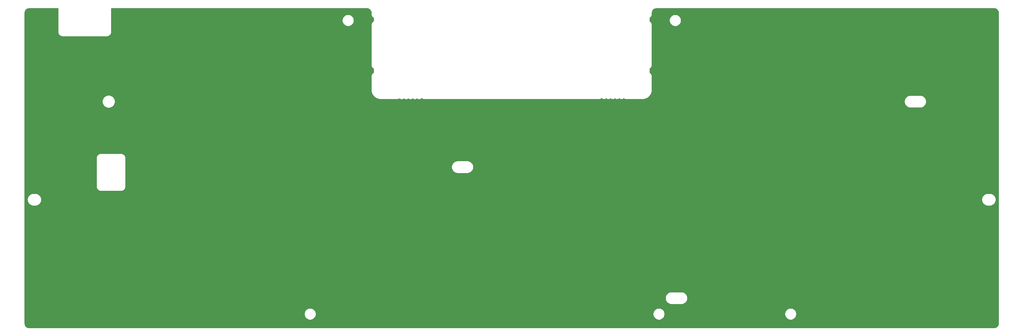
<source format=gbl>
%TF.GenerationSoftware,KiCad,Pcbnew,(5.1.10-1-10_14)*%
%TF.CreationDate,2021-12-19T10:46:22+09:00*%
%TF.ProjectId,Nora_plate_bottom,4e6f7261-5f70-46c6-9174-655f626f7474,v.1 (042)*%
%TF.SameCoordinates,Original*%
%TF.FileFunction,Copper,L2,Bot*%
%TF.FilePolarity,Positive*%
%FSLAX46Y46*%
G04 Gerber Fmt 4.6, Leading zero omitted, Abs format (unit mm)*
G04 Created by KiCad (PCBNEW (5.1.10-1-10_14)) date 2021-12-19 10:46:22*
%MOMM*%
%LPD*%
G01*
G04 APERTURE LIST*
%TA.AperFunction,NonConductor*%
%ADD10C,0.254000*%
%TD*%
%TA.AperFunction,NonConductor*%
%ADD11C,0.100000*%
%TD*%
G04 APERTURE END LIST*
D10*
X25839960Y-24713160D02*
X25843231Y-24746369D01*
X25843206Y-24749934D01*
X25844275Y-24760842D01*
X25850342Y-24818567D01*
X25851319Y-24828486D01*
X25851419Y-24828817D01*
X25856515Y-24877300D01*
X25870821Y-24946995D01*
X25884154Y-25016885D01*
X25887321Y-25027377D01*
X25921948Y-25139240D01*
X25949529Y-25204852D01*
X25976171Y-25270793D01*
X25981316Y-25280470D01*
X26037011Y-25383478D01*
X26076818Y-25442495D01*
X26115759Y-25502002D01*
X26122677Y-25510484D01*
X26122681Y-25510491D01*
X26122686Y-25510496D01*
X26197328Y-25600722D01*
X26247836Y-25650878D01*
X26297590Y-25701685D01*
X26306035Y-25708672D01*
X26306038Y-25708675D01*
X26306042Y-25708677D01*
X26396780Y-25782683D01*
X26456055Y-25822065D01*
X26514749Y-25862254D01*
X26524390Y-25867467D01*
X26627783Y-25922442D01*
X26693578Y-25949561D01*
X26758960Y-25977583D01*
X26769422Y-25980822D01*
X26769428Y-25980824D01*
X26769434Y-25980825D01*
X26881531Y-26014669D01*
X26951337Y-26028491D01*
X27020916Y-26043280D01*
X27031809Y-26044425D01*
X27031818Y-26044427D01*
X27031826Y-26044427D01*
X27148211Y-26055839D01*
X27186399Y-26059600D01*
X40063521Y-26059600D01*
X40096730Y-26056329D01*
X40100294Y-26056354D01*
X40111202Y-26055285D01*
X40168912Y-26049219D01*
X40178847Y-26048241D01*
X40179178Y-26048141D01*
X40227660Y-26043045D01*
X40297355Y-26028739D01*
X40367245Y-26015406D01*
X40377737Y-26012239D01*
X40489600Y-25977612D01*
X40555212Y-25950031D01*
X40621153Y-25923389D01*
X40630830Y-25918244D01*
X40733838Y-25862549D01*
X40792855Y-25822742D01*
X40852362Y-25783801D01*
X40860844Y-25776883D01*
X40860851Y-25776879D01*
X40860856Y-25776874D01*
X40951082Y-25702232D01*
X41001238Y-25651724D01*
X41052045Y-25601970D01*
X41059032Y-25593525D01*
X41059035Y-25593522D01*
X41059037Y-25593518D01*
X41133043Y-25502780D01*
X41172425Y-25443505D01*
X41212614Y-25384811D01*
X41217827Y-25375170D01*
X41272802Y-25271777D01*
X41299921Y-25205982D01*
X41327943Y-25140600D01*
X41331182Y-25130138D01*
X41331184Y-25130132D01*
X41331185Y-25130126D01*
X41365029Y-25018029D01*
X41378851Y-24948223D01*
X41393640Y-24878644D01*
X41394785Y-24867751D01*
X41394787Y-24867742D01*
X41394787Y-24867734D01*
X41406213Y-24751203D01*
X41409960Y-24713161D01*
X41409960Y-21154117D01*
X108590000Y-21154117D01*
X108590000Y-21495883D01*
X108656675Y-21831081D01*
X108787463Y-22146831D01*
X108977337Y-22430998D01*
X109219002Y-22672663D01*
X109503169Y-22862537D01*
X109818919Y-22993325D01*
X110154117Y-23060000D01*
X110495883Y-23060000D01*
X110831081Y-22993325D01*
X111146831Y-22862537D01*
X111430998Y-22672663D01*
X111672663Y-22430998D01*
X111862537Y-22146831D01*
X111993325Y-21831081D01*
X112060000Y-21495883D01*
X112060000Y-21154117D01*
X111993325Y-20818919D01*
X111862537Y-20503169D01*
X111672663Y-20219002D01*
X111430998Y-19977337D01*
X111146831Y-19787463D01*
X110831081Y-19656675D01*
X110495883Y-19590000D01*
X110154117Y-19590000D01*
X109818919Y-19656675D01*
X109503169Y-19787463D01*
X109219002Y-19977337D01*
X108977337Y-20219002D01*
X108787463Y-20503169D01*
X108656675Y-20818919D01*
X108590000Y-21154117D01*
X41409960Y-21154117D01*
X41409960Y-17859600D01*
X115761572Y-17859600D01*
X116035220Y-17886432D01*
X116261528Y-17954758D01*
X116470248Y-18065737D01*
X116653438Y-18215144D01*
X116804122Y-18397288D01*
X116916552Y-18605224D01*
X116986456Y-18831047D01*
X117014597Y-19098793D01*
X117009540Y-19503346D01*
X117013231Y-19546325D01*
X117013206Y-19549934D01*
X117014275Y-19560842D01*
X117015385Y-19571402D01*
X117019456Y-19618805D01*
X117020886Y-19623739D01*
X117026515Y-19677300D01*
X117040821Y-19746995D01*
X117054154Y-19816885D01*
X117057321Y-19827377D01*
X117091948Y-19939240D01*
X117119529Y-20004852D01*
X117146171Y-20070793D01*
X117151316Y-20080470D01*
X117207011Y-20183478D01*
X117246818Y-20242495D01*
X117285759Y-20302002D01*
X117292677Y-20310484D01*
X117292681Y-20310491D01*
X117292686Y-20310496D01*
X117367328Y-20400722D01*
X117417836Y-20450878D01*
X117467590Y-20501685D01*
X117476035Y-20508672D01*
X117476038Y-20508675D01*
X117476042Y-20508677D01*
X117566780Y-20582683D01*
X117626055Y-20622065D01*
X117673000Y-20654209D01*
X117673000Y-21495475D01*
X117627083Y-21526446D01*
X117567558Y-21565399D01*
X117559076Y-21572317D01*
X117559069Y-21572321D01*
X117559064Y-21572326D01*
X117468838Y-21646968D01*
X117418717Y-21697440D01*
X117367874Y-21747230D01*
X117360888Y-21755675D01*
X117360885Y-21755678D01*
X117360883Y-21755682D01*
X117286877Y-21846421D01*
X117247500Y-21905688D01*
X117207307Y-21964389D01*
X117202093Y-21974030D01*
X117147118Y-22077423D01*
X117120004Y-22143205D01*
X117091977Y-22208600D01*
X117088738Y-22219062D01*
X117088736Y-22219068D01*
X117088736Y-22219070D01*
X117054891Y-22331171D01*
X117041069Y-22400977D01*
X117026280Y-22470556D01*
X117025135Y-22481449D01*
X117025133Y-22481458D01*
X117025133Y-22481466D01*
X117013707Y-22597997D01*
X117013707Y-22598006D01*
X117009961Y-22636039D01*
X117009960Y-34313160D01*
X117013231Y-34346369D01*
X117013206Y-34349934D01*
X117014275Y-34360842D01*
X117020342Y-34418567D01*
X117021319Y-34428486D01*
X117021419Y-34428817D01*
X117026515Y-34477300D01*
X117040821Y-34546995D01*
X117054154Y-34616885D01*
X117057321Y-34627377D01*
X117091948Y-34739240D01*
X117119529Y-34804852D01*
X117146171Y-34870793D01*
X117151316Y-34880470D01*
X117207011Y-34983478D01*
X117246818Y-35042495D01*
X117285759Y-35102002D01*
X117292677Y-35110484D01*
X117292681Y-35110491D01*
X117292686Y-35110496D01*
X117367328Y-35200722D01*
X117417836Y-35250878D01*
X117467590Y-35301685D01*
X117476035Y-35308672D01*
X117476038Y-35308675D01*
X117476042Y-35308677D01*
X117566780Y-35382683D01*
X117626055Y-35422065D01*
X117673000Y-35454209D01*
X117673000Y-36495475D01*
X117627083Y-36526446D01*
X117567558Y-36565399D01*
X117559076Y-36572317D01*
X117559069Y-36572321D01*
X117559064Y-36572326D01*
X117468838Y-36646968D01*
X117418717Y-36697440D01*
X117367874Y-36747230D01*
X117360888Y-36755675D01*
X117360885Y-36755678D01*
X117360883Y-36755682D01*
X117286877Y-36846421D01*
X117247500Y-36905688D01*
X117207307Y-36964389D01*
X117202093Y-36974030D01*
X117147118Y-37077423D01*
X117120004Y-37143205D01*
X117091977Y-37208600D01*
X117088738Y-37219062D01*
X117088736Y-37219068D01*
X117088736Y-37219070D01*
X117054891Y-37331171D01*
X117041069Y-37400977D01*
X117026280Y-37470556D01*
X117025135Y-37481449D01*
X117025133Y-37481458D01*
X117025133Y-37481466D01*
X117021219Y-37521389D01*
X117021123Y-37521705D01*
X117013766Y-37597395D01*
X117013707Y-37597997D01*
X117013707Y-37598002D01*
X117009912Y-37637046D01*
X117015011Y-41614167D01*
X117018326Y-41647389D01*
X117018240Y-41659710D01*
X117019309Y-41670618D01*
X117060110Y-42058811D01*
X117074428Y-42128565D01*
X117087749Y-42198394D01*
X117090916Y-42208887D01*
X117206340Y-42581761D01*
X117233910Y-42647348D01*
X117260564Y-42713318D01*
X117265708Y-42722991D01*
X117265710Y-42722996D01*
X117265713Y-42723000D01*
X117451361Y-43066351D01*
X117491150Y-43125341D01*
X117530106Y-43184871D01*
X117537033Y-43193365D01*
X117785840Y-43494120D01*
X117836333Y-43544261D01*
X117886104Y-43595085D01*
X117894549Y-43602072D01*
X118197033Y-43848773D01*
X118256339Y-43888176D01*
X118315000Y-43928342D01*
X118324633Y-43933551D01*
X118324641Y-43933556D01*
X118324649Y-43933559D01*
X118669282Y-44116805D01*
X118735065Y-44143919D01*
X118800459Y-44171946D01*
X118810929Y-44175188D01*
X119184601Y-44288006D01*
X119254436Y-44301834D01*
X119323988Y-44316617D01*
X119334877Y-44317762D01*
X119334888Y-44317764D01*
X119334898Y-44317764D01*
X119723211Y-44355839D01*
X119761399Y-44359600D01*
X124563521Y-44359600D01*
X124596730Y-44356329D01*
X124600294Y-44356354D01*
X124611202Y-44355285D01*
X124668912Y-44349219D01*
X124678847Y-44348241D01*
X124679178Y-44348141D01*
X124727660Y-44343045D01*
X124797355Y-44328739D01*
X124867245Y-44315406D01*
X124877737Y-44312239D01*
X124989600Y-44277612D01*
X125055212Y-44250031D01*
X125121153Y-44223389D01*
X125130830Y-44218244D01*
X125233838Y-44162549D01*
X125253109Y-44149550D01*
X125273202Y-44169643D01*
X125441688Y-44282222D01*
X125628899Y-44359767D01*
X125827642Y-44399300D01*
X126030278Y-44399300D01*
X126229021Y-44359767D01*
X126416232Y-44282222D01*
X126563960Y-44183513D01*
X126711688Y-44282222D01*
X126898899Y-44359767D01*
X127097642Y-44399300D01*
X127300278Y-44399300D01*
X127499021Y-44359767D01*
X127686232Y-44282222D01*
X127833960Y-44183513D01*
X127981688Y-44282222D01*
X128168899Y-44359767D01*
X128367642Y-44399300D01*
X128570278Y-44399300D01*
X128769021Y-44359767D01*
X128956232Y-44282222D01*
X129103960Y-44183513D01*
X129251688Y-44282222D01*
X129438899Y-44359767D01*
X129637642Y-44399300D01*
X129840278Y-44399300D01*
X130039021Y-44359767D01*
X130226232Y-44282222D01*
X130373960Y-44183513D01*
X130521688Y-44282222D01*
X130708899Y-44359767D01*
X130907642Y-44399300D01*
X131110278Y-44399300D01*
X131309021Y-44359767D01*
X131496232Y-44282222D01*
X131664718Y-44169643D01*
X131729764Y-44104597D01*
X131756055Y-44122065D01*
X131814749Y-44162254D01*
X131824390Y-44167467D01*
X131927783Y-44222442D01*
X131993578Y-44249561D01*
X132058960Y-44277583D01*
X132069422Y-44280822D01*
X132069428Y-44280824D01*
X132069434Y-44280825D01*
X132181531Y-44314669D01*
X132251337Y-44328491D01*
X132320916Y-44343280D01*
X132331809Y-44344425D01*
X132331818Y-44344427D01*
X132331826Y-44344427D01*
X132448211Y-44355839D01*
X132486399Y-44359600D01*
X183363521Y-44359600D01*
X183396730Y-44356329D01*
X183400294Y-44356354D01*
X183411202Y-44355285D01*
X183468912Y-44349219D01*
X183478847Y-44348241D01*
X183479178Y-44348141D01*
X183527660Y-44343045D01*
X183597355Y-44328739D01*
X183667245Y-44315406D01*
X183677737Y-44312239D01*
X183789600Y-44277612D01*
X183855212Y-44250031D01*
X183921153Y-44223389D01*
X183930830Y-44218244D01*
X184033838Y-44162549D01*
X184092855Y-44122742D01*
X184146921Y-44087362D01*
X184179202Y-44119643D01*
X184347688Y-44232222D01*
X184534899Y-44309767D01*
X184733642Y-44349300D01*
X184936278Y-44349300D01*
X185135021Y-44309767D01*
X185322232Y-44232222D01*
X185469960Y-44133513D01*
X185617688Y-44232222D01*
X185804899Y-44309767D01*
X186003642Y-44349300D01*
X186206278Y-44349300D01*
X186405021Y-44309767D01*
X186592232Y-44232222D01*
X186739960Y-44133513D01*
X186887688Y-44232222D01*
X187074899Y-44309767D01*
X187273642Y-44349300D01*
X187476278Y-44349300D01*
X187675021Y-44309767D01*
X187862232Y-44232222D01*
X188009960Y-44133513D01*
X188157688Y-44232222D01*
X188344899Y-44309767D01*
X188543642Y-44349300D01*
X188746278Y-44349300D01*
X188945021Y-44309767D01*
X189132232Y-44232222D01*
X189279960Y-44133513D01*
X189427688Y-44232222D01*
X189614899Y-44309767D01*
X189813642Y-44349300D01*
X190016278Y-44349300D01*
X190215021Y-44309767D01*
X190402232Y-44232222D01*
X190561506Y-44125798D01*
X190614749Y-44162254D01*
X190624390Y-44167467D01*
X190727783Y-44222442D01*
X190793578Y-44249561D01*
X190858960Y-44277583D01*
X190869422Y-44280822D01*
X190869428Y-44280824D01*
X190869434Y-44280825D01*
X190981531Y-44314669D01*
X191051337Y-44328491D01*
X191120916Y-44343280D01*
X191131809Y-44344425D01*
X191131818Y-44344427D01*
X191131826Y-44344427D01*
X191248211Y-44355839D01*
X191286399Y-44359600D01*
X196088521Y-44359600D01*
X196122699Y-44356234D01*
X196135070Y-44356320D01*
X196145978Y-44355251D01*
X196534171Y-44314450D01*
X196603925Y-44300132D01*
X196673754Y-44286811D01*
X196684247Y-44283644D01*
X197057121Y-44168220D01*
X197122708Y-44140650D01*
X197188678Y-44113996D01*
X197198351Y-44108852D01*
X197198356Y-44108850D01*
X197198360Y-44108847D01*
X197541711Y-43923199D01*
X197600701Y-43883410D01*
X197660231Y-43844454D01*
X197668725Y-43837527D01*
X197969480Y-43588720D01*
X198019621Y-43538227D01*
X198070445Y-43488456D01*
X198077432Y-43480011D01*
X198324133Y-43177527D01*
X198363536Y-43118221D01*
X198403702Y-43059560D01*
X198408911Y-43049927D01*
X198408916Y-43049919D01*
X198408919Y-43049911D01*
X198592165Y-42705278D01*
X198619279Y-42639495D01*
X198647306Y-42574101D01*
X198650548Y-42563631D01*
X198763366Y-42189959D01*
X198777194Y-42120124D01*
X198791977Y-42050572D01*
X198793122Y-42039683D01*
X198793124Y-42039672D01*
X198793124Y-42039662D01*
X198823702Y-41727810D01*
X198823797Y-41727494D01*
X198831150Y-41651844D01*
X198831213Y-41651203D01*
X198831213Y-41651197D01*
X198835008Y-41612154D01*
X198829909Y-37635033D01*
X198826690Y-37602768D01*
X198826714Y-37599265D01*
X198825645Y-37588357D01*
X198813405Y-37471900D01*
X198799099Y-37402205D01*
X198785766Y-37332315D01*
X198782599Y-37321823D01*
X198747972Y-37209961D01*
X198720385Y-37144333D01*
X198693749Y-37078407D01*
X198688607Y-37068736D01*
X198688603Y-37068726D01*
X198688597Y-37068717D01*
X198632909Y-36965723D01*
X198593114Y-36906723D01*
X198554161Y-36847198D01*
X198547243Y-36838716D01*
X198547239Y-36838709D01*
X198547233Y-36838703D01*
X198472592Y-36748478D01*
X198422120Y-36698357D01*
X198372330Y-36647514D01*
X198363885Y-36640528D01*
X198363882Y-36640525D01*
X198363878Y-36640523D01*
X198273139Y-36566517D01*
X198227000Y-36535862D01*
X198227000Y-35413486D01*
X198272362Y-35383801D01*
X198280844Y-35376883D01*
X198280851Y-35376879D01*
X198280856Y-35376874D01*
X198371082Y-35302232D01*
X198421238Y-35251724D01*
X198472045Y-35201970D01*
X198479032Y-35193525D01*
X198479035Y-35193522D01*
X198479037Y-35193518D01*
X198553043Y-35102780D01*
X198592425Y-35043505D01*
X198632614Y-34984811D01*
X198637827Y-34975170D01*
X198692802Y-34871777D01*
X198719921Y-34805982D01*
X198747943Y-34740600D01*
X198751182Y-34730138D01*
X198751184Y-34730132D01*
X198751185Y-34730126D01*
X198785029Y-34618029D01*
X198798851Y-34548223D01*
X198813640Y-34478644D01*
X198814785Y-34467751D01*
X198814787Y-34467742D01*
X198814787Y-34467734D01*
X198826213Y-34351203D01*
X198829960Y-34313161D01*
X198829960Y-22636039D01*
X198826689Y-22602830D01*
X198826714Y-22599265D01*
X198825645Y-22588357D01*
X198819579Y-22530639D01*
X198818601Y-22520713D01*
X198818501Y-22520382D01*
X198813405Y-22471900D01*
X198799099Y-22402205D01*
X198785766Y-22332315D01*
X198782599Y-22321823D01*
X198747972Y-22209961D01*
X198720385Y-22144333D01*
X198693749Y-22078407D01*
X198688607Y-22068736D01*
X198688603Y-22068726D01*
X198688597Y-22068717D01*
X198632909Y-21965723D01*
X198593114Y-21906723D01*
X198554161Y-21847198D01*
X198547243Y-21838716D01*
X198547239Y-21838709D01*
X198547233Y-21838703D01*
X198472592Y-21748478D01*
X198422120Y-21698357D01*
X198372330Y-21647514D01*
X198363885Y-21640528D01*
X198363882Y-21640525D01*
X198363878Y-21640523D01*
X198273139Y-21566517D01*
X198227000Y-21535862D01*
X198227000Y-21154117D01*
X203840000Y-21154117D01*
X203840000Y-21495883D01*
X203906675Y-21831081D01*
X204037463Y-22146831D01*
X204227337Y-22430998D01*
X204469002Y-22672663D01*
X204753169Y-22862537D01*
X205068919Y-22993325D01*
X205404117Y-23060000D01*
X205745883Y-23060000D01*
X206081081Y-22993325D01*
X206396831Y-22862537D01*
X206680998Y-22672663D01*
X206922663Y-22430998D01*
X207112537Y-22146831D01*
X207243325Y-21831081D01*
X207310000Y-21495883D01*
X207310000Y-21154117D01*
X207243325Y-20818919D01*
X207112537Y-20503169D01*
X206922663Y-20219002D01*
X206680998Y-19977337D01*
X206396831Y-19787463D01*
X206081081Y-19656675D01*
X205745883Y-19590000D01*
X205404117Y-19590000D01*
X205068919Y-19656675D01*
X204753169Y-19787463D01*
X204469002Y-19977337D01*
X204227337Y-20219002D01*
X204037463Y-20503169D01*
X203906675Y-20818919D01*
X203840000Y-21154117D01*
X198227000Y-21154117D01*
X198227000Y-20613486D01*
X198272362Y-20583801D01*
X198280844Y-20576883D01*
X198280851Y-20576879D01*
X198280856Y-20576874D01*
X198371082Y-20502232D01*
X198421238Y-20451724D01*
X198472045Y-20401970D01*
X198479032Y-20393525D01*
X198479035Y-20393522D01*
X198479037Y-20393518D01*
X198553043Y-20302780D01*
X198592425Y-20243505D01*
X198632614Y-20184811D01*
X198637827Y-20175170D01*
X198692802Y-20071777D01*
X198719921Y-20005982D01*
X198747943Y-19940600D01*
X198751182Y-19930138D01*
X198751184Y-19930132D01*
X198751185Y-19930126D01*
X198785029Y-19818029D01*
X198798851Y-19748223D01*
X198813640Y-19678644D01*
X198814785Y-19667751D01*
X198814787Y-19667742D01*
X198814787Y-19667734D01*
X198825722Y-19556209D01*
X198829416Y-19522969D01*
X198834480Y-19117888D01*
X198861792Y-18839340D01*
X198930118Y-18613032D01*
X199041097Y-18404312D01*
X199190504Y-18221122D01*
X199372648Y-18070438D01*
X199580584Y-17958008D01*
X199806407Y-17888104D01*
X200077607Y-17859600D01*
X298386572Y-17859600D01*
X298660220Y-17886432D01*
X298886528Y-17954758D01*
X299095248Y-18065737D01*
X299278438Y-18215144D01*
X299429122Y-18397288D01*
X299541552Y-18605224D01*
X299611456Y-18831047D01*
X299639961Y-19102256D01*
X299639960Y-75336039D01*
X299639960Y-75336040D01*
X299639961Y-109636201D01*
X299613128Y-109909862D01*
X299544803Y-110136165D01*
X299433824Y-110344888D01*
X299284418Y-110528077D01*
X299102274Y-110678759D01*
X298894337Y-110791191D01*
X298668512Y-110861096D01*
X298397313Y-110889600D01*
X17463348Y-110889600D01*
X17189698Y-110862768D01*
X16963395Y-110794443D01*
X16754672Y-110683464D01*
X16571483Y-110534058D01*
X16420801Y-110351914D01*
X16308369Y-110143977D01*
X16238464Y-109918152D01*
X16209960Y-109646953D01*
X16209960Y-106754117D01*
X97540000Y-106754117D01*
X97540000Y-107095883D01*
X97606675Y-107431081D01*
X97737463Y-107746831D01*
X97927337Y-108030998D01*
X98169002Y-108272663D01*
X98453169Y-108462537D01*
X98768919Y-108593325D01*
X99104117Y-108660000D01*
X99445883Y-108660000D01*
X99781081Y-108593325D01*
X100096831Y-108462537D01*
X100380998Y-108272663D01*
X100622663Y-108030998D01*
X100812537Y-107746831D01*
X100943325Y-107431081D01*
X101010000Y-107095883D01*
X101010000Y-106754117D01*
X199090000Y-106754117D01*
X199090000Y-107095883D01*
X199156675Y-107431081D01*
X199287463Y-107746831D01*
X199477337Y-108030998D01*
X199719002Y-108272663D01*
X200003169Y-108462537D01*
X200318919Y-108593325D01*
X200654117Y-108660000D01*
X200995883Y-108660000D01*
X201331081Y-108593325D01*
X201646831Y-108462537D01*
X201930998Y-108272663D01*
X202172663Y-108030998D01*
X202362537Y-107746831D01*
X202493325Y-107431081D01*
X202560000Y-107095883D01*
X202560000Y-106754117D01*
X237440000Y-106754117D01*
X237440000Y-107095883D01*
X237506675Y-107431081D01*
X237637463Y-107746831D01*
X237827337Y-108030998D01*
X238069002Y-108272663D01*
X238353169Y-108462537D01*
X238668919Y-108593325D01*
X239004117Y-108660000D01*
X239345883Y-108660000D01*
X239681081Y-108593325D01*
X239996831Y-108462537D01*
X240280998Y-108272663D01*
X240522663Y-108030998D01*
X240712537Y-107746831D01*
X240843325Y-107431081D01*
X240910000Y-107095883D01*
X240910000Y-106754117D01*
X240843325Y-106418919D01*
X240712537Y-106103169D01*
X240522663Y-105819002D01*
X240280998Y-105577337D01*
X239996831Y-105387463D01*
X239681081Y-105256675D01*
X239345883Y-105190000D01*
X239004117Y-105190000D01*
X238668919Y-105256675D01*
X238353169Y-105387463D01*
X238069002Y-105577337D01*
X237827337Y-105819002D01*
X237637463Y-106103169D01*
X237506675Y-106418919D01*
X237440000Y-106754117D01*
X202560000Y-106754117D01*
X202493325Y-106418919D01*
X202362537Y-106103169D01*
X202172663Y-105819002D01*
X201930998Y-105577337D01*
X201646831Y-105387463D01*
X201331081Y-105256675D01*
X200995883Y-105190000D01*
X200654117Y-105190000D01*
X200318919Y-105256675D01*
X200003169Y-105387463D01*
X199719002Y-105577337D01*
X199477337Y-105819002D01*
X199287463Y-106103169D01*
X199156675Y-106418919D01*
X199090000Y-106754117D01*
X101010000Y-106754117D01*
X100943325Y-106418919D01*
X100812537Y-106103169D01*
X100622663Y-105819002D01*
X100380998Y-105577337D01*
X100096831Y-105387463D01*
X99781081Y-105256675D01*
X99445883Y-105190000D01*
X99104117Y-105190000D01*
X98768919Y-105256675D01*
X98453169Y-105387463D01*
X98169002Y-105577337D01*
X97927337Y-105819002D01*
X97737463Y-106103169D01*
X97606675Y-106418919D01*
X97540000Y-106754117D01*
X16209960Y-106754117D01*
X16209960Y-102274600D01*
X202681082Y-102274600D01*
X202716512Y-102634323D01*
X202821439Y-102980222D01*
X202991831Y-103299004D01*
X203221141Y-103578419D01*
X203500556Y-103807729D01*
X203819338Y-103978121D01*
X204165237Y-104083048D01*
X204434821Y-104109600D01*
X207415099Y-104109600D01*
X207684683Y-104083048D01*
X208030582Y-103978121D01*
X208349364Y-103807729D01*
X208628779Y-103578419D01*
X208858089Y-103299004D01*
X209028481Y-102980222D01*
X209133408Y-102634323D01*
X209168838Y-102274600D01*
X209133408Y-101914877D01*
X209028481Y-101568978D01*
X208858089Y-101250196D01*
X208628779Y-100970781D01*
X208349364Y-100741471D01*
X208030582Y-100571079D01*
X207684683Y-100466152D01*
X207415099Y-100439600D01*
X204434821Y-100439600D01*
X204165237Y-100466152D01*
X203819338Y-100571079D01*
X203500556Y-100741471D01*
X203221141Y-100970781D01*
X202991831Y-101250196D01*
X202821439Y-101568978D01*
X202716512Y-101914877D01*
X202681082Y-102274600D01*
X16209960Y-102274600D01*
X16209960Y-73574600D01*
X16881082Y-73574600D01*
X16916512Y-73934323D01*
X17021439Y-74280222D01*
X17191831Y-74599004D01*
X17421141Y-74878419D01*
X17700556Y-75107729D01*
X18019338Y-75278121D01*
X18365237Y-75383048D01*
X18634821Y-75409600D01*
X19315099Y-75409600D01*
X19584683Y-75383048D01*
X19930582Y-75278121D01*
X20249364Y-75107729D01*
X20528779Y-74878419D01*
X20758089Y-74599004D01*
X20928481Y-74280222D01*
X21033408Y-73934323D01*
X21068838Y-73574600D01*
X294781082Y-73574600D01*
X294816512Y-73934323D01*
X294921439Y-74280222D01*
X295091831Y-74599004D01*
X295321141Y-74878419D01*
X295600556Y-75107729D01*
X295919338Y-75278121D01*
X296265237Y-75383048D01*
X296534821Y-75409600D01*
X297215099Y-75409600D01*
X297484683Y-75383048D01*
X297830582Y-75278121D01*
X298149364Y-75107729D01*
X298428779Y-74878419D01*
X298658089Y-74599004D01*
X298828481Y-74280222D01*
X298933408Y-73934323D01*
X298968838Y-73574600D01*
X298933408Y-73214877D01*
X298828481Y-72868978D01*
X298658089Y-72550196D01*
X298428779Y-72270781D01*
X298149364Y-72041471D01*
X297830582Y-71871079D01*
X297484683Y-71766152D01*
X297215099Y-71739600D01*
X296534821Y-71739600D01*
X296265237Y-71766152D01*
X295919338Y-71871079D01*
X295600556Y-72041471D01*
X295321141Y-72270781D01*
X295091831Y-72550196D01*
X294921439Y-72868978D01*
X294816512Y-73214877D01*
X294781082Y-73574600D01*
X21068838Y-73574600D01*
X21033408Y-73214877D01*
X20928481Y-72868978D01*
X20758089Y-72550196D01*
X20528779Y-72270781D01*
X20249364Y-72041471D01*
X19930582Y-71871079D01*
X19584683Y-71766152D01*
X19315099Y-71739600D01*
X18634821Y-71739600D01*
X18365237Y-71766152D01*
X18019338Y-71871079D01*
X17700556Y-72041471D01*
X17421141Y-72270781D01*
X17191831Y-72550196D01*
X17021439Y-72868978D01*
X16916512Y-73214877D01*
X16881082Y-73574600D01*
X16209960Y-73574600D01*
X16209960Y-69793160D01*
X36989960Y-69793160D01*
X36993231Y-69826369D01*
X36993206Y-69829934D01*
X36994275Y-69840842D01*
X37000342Y-69898567D01*
X37001319Y-69908486D01*
X37001419Y-69908817D01*
X37006515Y-69957300D01*
X37020821Y-70026995D01*
X37034154Y-70096885D01*
X37037321Y-70107377D01*
X37071948Y-70219240D01*
X37099529Y-70284852D01*
X37126171Y-70350793D01*
X37131316Y-70360470D01*
X37187011Y-70463478D01*
X37226818Y-70522495D01*
X37265759Y-70582002D01*
X37272677Y-70590484D01*
X37272681Y-70590491D01*
X37272686Y-70590496D01*
X37347328Y-70680722D01*
X37397836Y-70730878D01*
X37447590Y-70781685D01*
X37456035Y-70788672D01*
X37456038Y-70788675D01*
X37456042Y-70788677D01*
X37546780Y-70862683D01*
X37606055Y-70902065D01*
X37664749Y-70942254D01*
X37674390Y-70947467D01*
X37777783Y-71002442D01*
X37843578Y-71029561D01*
X37908960Y-71057583D01*
X37919422Y-71060822D01*
X37919428Y-71060824D01*
X37919434Y-71060825D01*
X38031531Y-71094669D01*
X38101337Y-71108491D01*
X38170916Y-71123280D01*
X38181809Y-71124425D01*
X38181818Y-71124427D01*
X38181826Y-71124427D01*
X38298211Y-71135839D01*
X38336399Y-71139600D01*
X44213521Y-71139600D01*
X44246730Y-71136329D01*
X44250294Y-71136354D01*
X44261202Y-71135285D01*
X44318912Y-71129219D01*
X44328847Y-71128241D01*
X44329178Y-71128141D01*
X44377660Y-71123045D01*
X44447355Y-71108739D01*
X44517245Y-71095406D01*
X44527737Y-71092239D01*
X44639600Y-71057612D01*
X44705212Y-71030031D01*
X44771153Y-71003389D01*
X44780830Y-70998244D01*
X44883838Y-70942549D01*
X44942855Y-70902742D01*
X45002362Y-70863801D01*
X45010844Y-70856883D01*
X45010851Y-70856879D01*
X45010856Y-70856874D01*
X45101082Y-70782232D01*
X45151238Y-70731724D01*
X45202045Y-70681970D01*
X45209032Y-70673525D01*
X45209035Y-70673522D01*
X45209037Y-70673518D01*
X45283043Y-70582780D01*
X45322425Y-70523505D01*
X45362614Y-70464811D01*
X45367827Y-70455170D01*
X45422802Y-70351777D01*
X45449921Y-70285982D01*
X45477943Y-70220600D01*
X45481182Y-70210138D01*
X45481184Y-70210132D01*
X45481185Y-70210126D01*
X45515029Y-70098029D01*
X45528851Y-70028223D01*
X45543640Y-69958644D01*
X45544785Y-69947751D01*
X45544787Y-69947742D01*
X45544787Y-69947734D01*
X45556213Y-69831203D01*
X45559960Y-69793161D01*
X45559960Y-64074600D01*
X140381082Y-64074600D01*
X140416512Y-64434323D01*
X140521439Y-64780222D01*
X140691831Y-65099004D01*
X140921141Y-65378419D01*
X141200556Y-65607729D01*
X141519338Y-65778121D01*
X141865237Y-65883048D01*
X142134821Y-65909600D01*
X145115099Y-65909600D01*
X145384683Y-65883048D01*
X145730582Y-65778121D01*
X146049364Y-65607729D01*
X146328779Y-65378419D01*
X146558089Y-65099004D01*
X146728481Y-64780222D01*
X146833408Y-64434323D01*
X146868838Y-64074600D01*
X146833408Y-63714877D01*
X146728481Y-63368978D01*
X146558089Y-63050196D01*
X146328779Y-62770781D01*
X146049364Y-62541471D01*
X145730582Y-62371079D01*
X145384683Y-62266152D01*
X145115099Y-62239600D01*
X142134821Y-62239600D01*
X141865237Y-62266152D01*
X141519338Y-62371079D01*
X141200556Y-62541471D01*
X140921141Y-62770781D01*
X140691831Y-63050196D01*
X140521439Y-63368978D01*
X140416512Y-63714877D01*
X140381082Y-64074600D01*
X45559960Y-64074600D01*
X45559960Y-61416039D01*
X45556689Y-61382830D01*
X45556714Y-61379265D01*
X45555645Y-61368357D01*
X45549579Y-61310639D01*
X45548601Y-61300713D01*
X45548501Y-61300382D01*
X45543405Y-61251900D01*
X45529099Y-61182205D01*
X45515766Y-61112315D01*
X45512599Y-61101823D01*
X45477972Y-60989961D01*
X45450385Y-60924333D01*
X45423749Y-60858407D01*
X45418607Y-60848736D01*
X45418603Y-60848726D01*
X45418597Y-60848717D01*
X45362909Y-60745723D01*
X45323114Y-60686723D01*
X45284161Y-60627198D01*
X45277243Y-60618716D01*
X45277239Y-60618709D01*
X45277233Y-60618703D01*
X45202592Y-60528478D01*
X45152120Y-60478357D01*
X45102330Y-60427514D01*
X45093885Y-60420528D01*
X45093882Y-60420525D01*
X45093878Y-60420523D01*
X45003139Y-60346517D01*
X44943872Y-60307140D01*
X44885171Y-60266947D01*
X44875530Y-60261733D01*
X44772137Y-60206758D01*
X44706355Y-60179644D01*
X44640960Y-60151617D01*
X44630498Y-60148378D01*
X44630492Y-60148376D01*
X44630486Y-60148375D01*
X44518389Y-60114531D01*
X44448583Y-60100709D01*
X44379004Y-60085920D01*
X44368111Y-60084775D01*
X44368102Y-60084773D01*
X44368094Y-60084773D01*
X44251709Y-60073361D01*
X44213521Y-60069600D01*
X38336399Y-60069600D01*
X38303190Y-60072871D01*
X38299625Y-60072846D01*
X38288717Y-60073915D01*
X38230999Y-60079981D01*
X38221073Y-60080959D01*
X38220742Y-60081059D01*
X38172260Y-60086155D01*
X38102565Y-60100461D01*
X38032675Y-60113794D01*
X38022183Y-60116961D01*
X37910321Y-60151588D01*
X37844693Y-60179175D01*
X37778767Y-60205811D01*
X37769096Y-60210953D01*
X37769086Y-60210957D01*
X37769077Y-60210963D01*
X37666083Y-60266651D01*
X37607083Y-60306446D01*
X37547558Y-60345399D01*
X37539076Y-60352317D01*
X37539069Y-60352321D01*
X37539064Y-60352326D01*
X37448838Y-60426968D01*
X37398717Y-60477440D01*
X37347874Y-60527230D01*
X37340888Y-60535675D01*
X37340885Y-60535678D01*
X37340883Y-60535682D01*
X37266877Y-60626421D01*
X37227500Y-60685688D01*
X37187307Y-60744389D01*
X37182093Y-60754030D01*
X37127118Y-60857423D01*
X37100004Y-60923205D01*
X37071977Y-60988600D01*
X37068738Y-60999062D01*
X37068736Y-60999068D01*
X37068736Y-60999070D01*
X37034891Y-61111171D01*
X37021069Y-61180977D01*
X37006280Y-61250556D01*
X37005135Y-61261449D01*
X37005133Y-61261458D01*
X37005133Y-61261466D01*
X36993707Y-61377997D01*
X36993707Y-61378006D01*
X36989961Y-61416039D01*
X36989960Y-69793160D01*
X16209960Y-69793160D01*
X16209960Y-44788973D01*
X38740260Y-44788973D01*
X38740260Y-45160227D01*
X38812688Y-45524347D01*
X38954761Y-45867340D01*
X39161018Y-46176026D01*
X39423534Y-46438542D01*
X39732220Y-46644799D01*
X40075213Y-46786872D01*
X40439333Y-46859300D01*
X40810587Y-46859300D01*
X41174707Y-46786872D01*
X41517700Y-46644799D01*
X41826386Y-46438542D01*
X42088902Y-46176026D01*
X42295159Y-45867340D01*
X42437232Y-45524347D01*
X42509660Y-45160227D01*
X42509660Y-44974600D01*
X272231082Y-44974600D01*
X272266512Y-45334323D01*
X272371439Y-45680222D01*
X272541831Y-45999004D01*
X272771141Y-46278419D01*
X273050556Y-46507729D01*
X273369338Y-46678121D01*
X273715237Y-46783048D01*
X273984821Y-46809600D01*
X276965099Y-46809600D01*
X277234683Y-46783048D01*
X277580582Y-46678121D01*
X277899364Y-46507729D01*
X278178779Y-46278419D01*
X278408089Y-45999004D01*
X278578481Y-45680222D01*
X278683408Y-45334323D01*
X278718838Y-44974600D01*
X278683408Y-44614877D01*
X278578481Y-44268978D01*
X278408089Y-43950196D01*
X278178779Y-43670781D01*
X277899364Y-43441471D01*
X277580582Y-43271079D01*
X277234683Y-43166152D01*
X276965099Y-43139600D01*
X273984821Y-43139600D01*
X273715237Y-43166152D01*
X273369338Y-43271079D01*
X273050556Y-43441471D01*
X272771141Y-43670781D01*
X272541831Y-43950196D01*
X272371439Y-44268978D01*
X272266512Y-44614877D01*
X272231082Y-44974600D01*
X42509660Y-44974600D01*
X42509660Y-44788973D01*
X42437232Y-44424853D01*
X42295159Y-44081860D01*
X42088902Y-43773174D01*
X41826386Y-43510658D01*
X41517700Y-43304401D01*
X41174707Y-43162328D01*
X40810587Y-43089900D01*
X40439333Y-43089900D01*
X40075213Y-43162328D01*
X39732220Y-43304401D01*
X39423534Y-43510658D01*
X39161018Y-43773174D01*
X38954761Y-44081860D01*
X38812688Y-44424853D01*
X38740260Y-44788973D01*
X16209960Y-44788973D01*
X16209960Y-19112988D01*
X16236792Y-18839340D01*
X16305118Y-18613032D01*
X16416097Y-18404312D01*
X16565504Y-18221122D01*
X16747648Y-18070438D01*
X16955584Y-17958008D01*
X17181407Y-17888104D01*
X17452607Y-17859600D01*
X25839961Y-17859600D01*
X25839960Y-24713160D01*
%TA.AperFunction,NonConductor*%
D11*
G36*
X25839960Y-24713160D02*
G01*
X25843231Y-24746369D01*
X25843206Y-24749934D01*
X25844275Y-24760842D01*
X25850342Y-24818567D01*
X25851319Y-24828486D01*
X25851419Y-24828817D01*
X25856515Y-24877300D01*
X25870821Y-24946995D01*
X25884154Y-25016885D01*
X25887321Y-25027377D01*
X25921948Y-25139240D01*
X25949529Y-25204852D01*
X25976171Y-25270793D01*
X25981316Y-25280470D01*
X26037011Y-25383478D01*
X26076818Y-25442495D01*
X26115759Y-25502002D01*
X26122677Y-25510484D01*
X26122681Y-25510491D01*
X26122686Y-25510496D01*
X26197328Y-25600722D01*
X26247836Y-25650878D01*
X26297590Y-25701685D01*
X26306035Y-25708672D01*
X26306038Y-25708675D01*
X26306042Y-25708677D01*
X26396780Y-25782683D01*
X26456055Y-25822065D01*
X26514749Y-25862254D01*
X26524390Y-25867467D01*
X26627783Y-25922442D01*
X26693578Y-25949561D01*
X26758960Y-25977583D01*
X26769422Y-25980822D01*
X26769428Y-25980824D01*
X26769434Y-25980825D01*
X26881531Y-26014669D01*
X26951337Y-26028491D01*
X27020916Y-26043280D01*
X27031809Y-26044425D01*
X27031818Y-26044427D01*
X27031826Y-26044427D01*
X27148211Y-26055839D01*
X27186399Y-26059600D01*
X40063521Y-26059600D01*
X40096730Y-26056329D01*
X40100294Y-26056354D01*
X40111202Y-26055285D01*
X40168912Y-26049219D01*
X40178847Y-26048241D01*
X40179178Y-26048141D01*
X40227660Y-26043045D01*
X40297355Y-26028739D01*
X40367245Y-26015406D01*
X40377737Y-26012239D01*
X40489600Y-25977612D01*
X40555212Y-25950031D01*
X40621153Y-25923389D01*
X40630830Y-25918244D01*
X40733838Y-25862549D01*
X40792855Y-25822742D01*
X40852362Y-25783801D01*
X40860844Y-25776883D01*
X40860851Y-25776879D01*
X40860856Y-25776874D01*
X40951082Y-25702232D01*
X41001238Y-25651724D01*
X41052045Y-25601970D01*
X41059032Y-25593525D01*
X41059035Y-25593522D01*
X41059037Y-25593518D01*
X41133043Y-25502780D01*
X41172425Y-25443505D01*
X41212614Y-25384811D01*
X41217827Y-25375170D01*
X41272802Y-25271777D01*
X41299921Y-25205982D01*
X41327943Y-25140600D01*
X41331182Y-25130138D01*
X41331184Y-25130132D01*
X41331185Y-25130126D01*
X41365029Y-25018029D01*
X41378851Y-24948223D01*
X41393640Y-24878644D01*
X41394785Y-24867751D01*
X41394787Y-24867742D01*
X41394787Y-24867734D01*
X41406213Y-24751203D01*
X41409960Y-24713161D01*
X41409960Y-21154117D01*
X108590000Y-21154117D01*
X108590000Y-21495883D01*
X108656675Y-21831081D01*
X108787463Y-22146831D01*
X108977337Y-22430998D01*
X109219002Y-22672663D01*
X109503169Y-22862537D01*
X109818919Y-22993325D01*
X110154117Y-23060000D01*
X110495883Y-23060000D01*
X110831081Y-22993325D01*
X111146831Y-22862537D01*
X111430998Y-22672663D01*
X111672663Y-22430998D01*
X111862537Y-22146831D01*
X111993325Y-21831081D01*
X112060000Y-21495883D01*
X112060000Y-21154117D01*
X111993325Y-20818919D01*
X111862537Y-20503169D01*
X111672663Y-20219002D01*
X111430998Y-19977337D01*
X111146831Y-19787463D01*
X110831081Y-19656675D01*
X110495883Y-19590000D01*
X110154117Y-19590000D01*
X109818919Y-19656675D01*
X109503169Y-19787463D01*
X109219002Y-19977337D01*
X108977337Y-20219002D01*
X108787463Y-20503169D01*
X108656675Y-20818919D01*
X108590000Y-21154117D01*
X41409960Y-21154117D01*
X41409960Y-17859600D01*
X115761572Y-17859600D01*
X116035220Y-17886432D01*
X116261528Y-17954758D01*
X116470248Y-18065737D01*
X116653438Y-18215144D01*
X116804122Y-18397288D01*
X116916552Y-18605224D01*
X116986456Y-18831047D01*
X117014597Y-19098793D01*
X117009540Y-19503346D01*
X117013231Y-19546325D01*
X117013206Y-19549934D01*
X117014275Y-19560842D01*
X117015385Y-19571402D01*
X117019456Y-19618805D01*
X117020886Y-19623739D01*
X117026515Y-19677300D01*
X117040821Y-19746995D01*
X117054154Y-19816885D01*
X117057321Y-19827377D01*
X117091948Y-19939240D01*
X117119529Y-20004852D01*
X117146171Y-20070793D01*
X117151316Y-20080470D01*
X117207011Y-20183478D01*
X117246818Y-20242495D01*
X117285759Y-20302002D01*
X117292677Y-20310484D01*
X117292681Y-20310491D01*
X117292686Y-20310496D01*
X117367328Y-20400722D01*
X117417836Y-20450878D01*
X117467590Y-20501685D01*
X117476035Y-20508672D01*
X117476038Y-20508675D01*
X117476042Y-20508677D01*
X117566780Y-20582683D01*
X117626055Y-20622065D01*
X117673000Y-20654209D01*
X117673000Y-21495475D01*
X117627083Y-21526446D01*
X117567558Y-21565399D01*
X117559076Y-21572317D01*
X117559069Y-21572321D01*
X117559064Y-21572326D01*
X117468838Y-21646968D01*
X117418717Y-21697440D01*
X117367874Y-21747230D01*
X117360888Y-21755675D01*
X117360885Y-21755678D01*
X117360883Y-21755682D01*
X117286877Y-21846421D01*
X117247500Y-21905688D01*
X117207307Y-21964389D01*
X117202093Y-21974030D01*
X117147118Y-22077423D01*
X117120004Y-22143205D01*
X117091977Y-22208600D01*
X117088738Y-22219062D01*
X117088736Y-22219068D01*
X117088736Y-22219070D01*
X117054891Y-22331171D01*
X117041069Y-22400977D01*
X117026280Y-22470556D01*
X117025135Y-22481449D01*
X117025133Y-22481458D01*
X117025133Y-22481466D01*
X117013707Y-22597997D01*
X117013707Y-22598006D01*
X117009961Y-22636039D01*
X117009960Y-34313160D01*
X117013231Y-34346369D01*
X117013206Y-34349934D01*
X117014275Y-34360842D01*
X117020342Y-34418567D01*
X117021319Y-34428486D01*
X117021419Y-34428817D01*
X117026515Y-34477300D01*
X117040821Y-34546995D01*
X117054154Y-34616885D01*
X117057321Y-34627377D01*
X117091948Y-34739240D01*
X117119529Y-34804852D01*
X117146171Y-34870793D01*
X117151316Y-34880470D01*
X117207011Y-34983478D01*
X117246818Y-35042495D01*
X117285759Y-35102002D01*
X117292677Y-35110484D01*
X117292681Y-35110491D01*
X117292686Y-35110496D01*
X117367328Y-35200722D01*
X117417836Y-35250878D01*
X117467590Y-35301685D01*
X117476035Y-35308672D01*
X117476038Y-35308675D01*
X117476042Y-35308677D01*
X117566780Y-35382683D01*
X117626055Y-35422065D01*
X117673000Y-35454209D01*
X117673000Y-36495475D01*
X117627083Y-36526446D01*
X117567558Y-36565399D01*
X117559076Y-36572317D01*
X117559069Y-36572321D01*
X117559064Y-36572326D01*
X117468838Y-36646968D01*
X117418717Y-36697440D01*
X117367874Y-36747230D01*
X117360888Y-36755675D01*
X117360885Y-36755678D01*
X117360883Y-36755682D01*
X117286877Y-36846421D01*
X117247500Y-36905688D01*
X117207307Y-36964389D01*
X117202093Y-36974030D01*
X117147118Y-37077423D01*
X117120004Y-37143205D01*
X117091977Y-37208600D01*
X117088738Y-37219062D01*
X117088736Y-37219068D01*
X117088736Y-37219070D01*
X117054891Y-37331171D01*
X117041069Y-37400977D01*
X117026280Y-37470556D01*
X117025135Y-37481449D01*
X117025133Y-37481458D01*
X117025133Y-37481466D01*
X117021219Y-37521389D01*
X117021123Y-37521705D01*
X117013766Y-37597395D01*
X117013707Y-37597997D01*
X117013707Y-37598002D01*
X117009912Y-37637046D01*
X117015011Y-41614167D01*
X117018326Y-41647389D01*
X117018240Y-41659710D01*
X117019309Y-41670618D01*
X117060110Y-42058811D01*
X117074428Y-42128565D01*
X117087749Y-42198394D01*
X117090916Y-42208887D01*
X117206340Y-42581761D01*
X117233910Y-42647348D01*
X117260564Y-42713318D01*
X117265708Y-42722991D01*
X117265710Y-42722996D01*
X117265713Y-42723000D01*
X117451361Y-43066351D01*
X117491150Y-43125341D01*
X117530106Y-43184871D01*
X117537033Y-43193365D01*
X117785840Y-43494120D01*
X117836333Y-43544261D01*
X117886104Y-43595085D01*
X117894549Y-43602072D01*
X118197033Y-43848773D01*
X118256339Y-43888176D01*
X118315000Y-43928342D01*
X118324633Y-43933551D01*
X118324641Y-43933556D01*
X118324649Y-43933559D01*
X118669282Y-44116805D01*
X118735065Y-44143919D01*
X118800459Y-44171946D01*
X118810929Y-44175188D01*
X119184601Y-44288006D01*
X119254436Y-44301834D01*
X119323988Y-44316617D01*
X119334877Y-44317762D01*
X119334888Y-44317764D01*
X119334898Y-44317764D01*
X119723211Y-44355839D01*
X119761399Y-44359600D01*
X124563521Y-44359600D01*
X124596730Y-44356329D01*
X124600294Y-44356354D01*
X124611202Y-44355285D01*
X124668912Y-44349219D01*
X124678847Y-44348241D01*
X124679178Y-44348141D01*
X124727660Y-44343045D01*
X124797355Y-44328739D01*
X124867245Y-44315406D01*
X124877737Y-44312239D01*
X124989600Y-44277612D01*
X125055212Y-44250031D01*
X125121153Y-44223389D01*
X125130830Y-44218244D01*
X125233838Y-44162549D01*
X125253109Y-44149550D01*
X125273202Y-44169643D01*
X125441688Y-44282222D01*
X125628899Y-44359767D01*
X125827642Y-44399300D01*
X126030278Y-44399300D01*
X126229021Y-44359767D01*
X126416232Y-44282222D01*
X126563960Y-44183513D01*
X126711688Y-44282222D01*
X126898899Y-44359767D01*
X127097642Y-44399300D01*
X127300278Y-44399300D01*
X127499021Y-44359767D01*
X127686232Y-44282222D01*
X127833960Y-44183513D01*
X127981688Y-44282222D01*
X128168899Y-44359767D01*
X128367642Y-44399300D01*
X128570278Y-44399300D01*
X128769021Y-44359767D01*
X128956232Y-44282222D01*
X129103960Y-44183513D01*
X129251688Y-44282222D01*
X129438899Y-44359767D01*
X129637642Y-44399300D01*
X129840278Y-44399300D01*
X130039021Y-44359767D01*
X130226232Y-44282222D01*
X130373960Y-44183513D01*
X130521688Y-44282222D01*
X130708899Y-44359767D01*
X130907642Y-44399300D01*
X131110278Y-44399300D01*
X131309021Y-44359767D01*
X131496232Y-44282222D01*
X131664718Y-44169643D01*
X131729764Y-44104597D01*
X131756055Y-44122065D01*
X131814749Y-44162254D01*
X131824390Y-44167467D01*
X131927783Y-44222442D01*
X131993578Y-44249561D01*
X132058960Y-44277583D01*
X132069422Y-44280822D01*
X132069428Y-44280824D01*
X132069434Y-44280825D01*
X132181531Y-44314669D01*
X132251337Y-44328491D01*
X132320916Y-44343280D01*
X132331809Y-44344425D01*
X132331818Y-44344427D01*
X132331826Y-44344427D01*
X132448211Y-44355839D01*
X132486399Y-44359600D01*
X183363521Y-44359600D01*
X183396730Y-44356329D01*
X183400294Y-44356354D01*
X183411202Y-44355285D01*
X183468912Y-44349219D01*
X183478847Y-44348241D01*
X183479178Y-44348141D01*
X183527660Y-44343045D01*
X183597355Y-44328739D01*
X183667245Y-44315406D01*
X183677737Y-44312239D01*
X183789600Y-44277612D01*
X183855212Y-44250031D01*
X183921153Y-44223389D01*
X183930830Y-44218244D01*
X184033838Y-44162549D01*
X184092855Y-44122742D01*
X184146921Y-44087362D01*
X184179202Y-44119643D01*
X184347688Y-44232222D01*
X184534899Y-44309767D01*
X184733642Y-44349300D01*
X184936278Y-44349300D01*
X185135021Y-44309767D01*
X185322232Y-44232222D01*
X185469960Y-44133513D01*
X185617688Y-44232222D01*
X185804899Y-44309767D01*
X186003642Y-44349300D01*
X186206278Y-44349300D01*
X186405021Y-44309767D01*
X186592232Y-44232222D01*
X186739960Y-44133513D01*
X186887688Y-44232222D01*
X187074899Y-44309767D01*
X187273642Y-44349300D01*
X187476278Y-44349300D01*
X187675021Y-44309767D01*
X187862232Y-44232222D01*
X188009960Y-44133513D01*
X188157688Y-44232222D01*
X188344899Y-44309767D01*
X188543642Y-44349300D01*
X188746278Y-44349300D01*
X188945021Y-44309767D01*
X189132232Y-44232222D01*
X189279960Y-44133513D01*
X189427688Y-44232222D01*
X189614899Y-44309767D01*
X189813642Y-44349300D01*
X190016278Y-44349300D01*
X190215021Y-44309767D01*
X190402232Y-44232222D01*
X190561506Y-44125798D01*
X190614749Y-44162254D01*
X190624390Y-44167467D01*
X190727783Y-44222442D01*
X190793578Y-44249561D01*
X190858960Y-44277583D01*
X190869422Y-44280822D01*
X190869428Y-44280824D01*
X190869434Y-44280825D01*
X190981531Y-44314669D01*
X191051337Y-44328491D01*
X191120916Y-44343280D01*
X191131809Y-44344425D01*
X191131818Y-44344427D01*
X191131826Y-44344427D01*
X191248211Y-44355839D01*
X191286399Y-44359600D01*
X196088521Y-44359600D01*
X196122699Y-44356234D01*
X196135070Y-44356320D01*
X196145978Y-44355251D01*
X196534171Y-44314450D01*
X196603925Y-44300132D01*
X196673754Y-44286811D01*
X196684247Y-44283644D01*
X197057121Y-44168220D01*
X197122708Y-44140650D01*
X197188678Y-44113996D01*
X197198351Y-44108852D01*
X197198356Y-44108850D01*
X197198360Y-44108847D01*
X197541711Y-43923199D01*
X197600701Y-43883410D01*
X197660231Y-43844454D01*
X197668725Y-43837527D01*
X197969480Y-43588720D01*
X198019621Y-43538227D01*
X198070445Y-43488456D01*
X198077432Y-43480011D01*
X198324133Y-43177527D01*
X198363536Y-43118221D01*
X198403702Y-43059560D01*
X198408911Y-43049927D01*
X198408916Y-43049919D01*
X198408919Y-43049911D01*
X198592165Y-42705278D01*
X198619279Y-42639495D01*
X198647306Y-42574101D01*
X198650548Y-42563631D01*
X198763366Y-42189959D01*
X198777194Y-42120124D01*
X198791977Y-42050572D01*
X198793122Y-42039683D01*
X198793124Y-42039672D01*
X198793124Y-42039662D01*
X198823702Y-41727810D01*
X198823797Y-41727494D01*
X198831150Y-41651844D01*
X198831213Y-41651203D01*
X198831213Y-41651197D01*
X198835008Y-41612154D01*
X198829909Y-37635033D01*
X198826690Y-37602768D01*
X198826714Y-37599265D01*
X198825645Y-37588357D01*
X198813405Y-37471900D01*
X198799099Y-37402205D01*
X198785766Y-37332315D01*
X198782599Y-37321823D01*
X198747972Y-37209961D01*
X198720385Y-37144333D01*
X198693749Y-37078407D01*
X198688607Y-37068736D01*
X198688603Y-37068726D01*
X198688597Y-37068717D01*
X198632909Y-36965723D01*
X198593114Y-36906723D01*
X198554161Y-36847198D01*
X198547243Y-36838716D01*
X198547239Y-36838709D01*
X198547233Y-36838703D01*
X198472592Y-36748478D01*
X198422120Y-36698357D01*
X198372330Y-36647514D01*
X198363885Y-36640528D01*
X198363882Y-36640525D01*
X198363878Y-36640523D01*
X198273139Y-36566517D01*
X198227000Y-36535862D01*
X198227000Y-35413486D01*
X198272362Y-35383801D01*
X198280844Y-35376883D01*
X198280851Y-35376879D01*
X198280856Y-35376874D01*
X198371082Y-35302232D01*
X198421238Y-35251724D01*
X198472045Y-35201970D01*
X198479032Y-35193525D01*
X198479035Y-35193522D01*
X198479037Y-35193518D01*
X198553043Y-35102780D01*
X198592425Y-35043505D01*
X198632614Y-34984811D01*
X198637827Y-34975170D01*
X198692802Y-34871777D01*
X198719921Y-34805982D01*
X198747943Y-34740600D01*
X198751182Y-34730138D01*
X198751184Y-34730132D01*
X198751185Y-34730126D01*
X198785029Y-34618029D01*
X198798851Y-34548223D01*
X198813640Y-34478644D01*
X198814785Y-34467751D01*
X198814787Y-34467742D01*
X198814787Y-34467734D01*
X198826213Y-34351203D01*
X198829960Y-34313161D01*
X198829960Y-22636039D01*
X198826689Y-22602830D01*
X198826714Y-22599265D01*
X198825645Y-22588357D01*
X198819579Y-22530639D01*
X198818601Y-22520713D01*
X198818501Y-22520382D01*
X198813405Y-22471900D01*
X198799099Y-22402205D01*
X198785766Y-22332315D01*
X198782599Y-22321823D01*
X198747972Y-22209961D01*
X198720385Y-22144333D01*
X198693749Y-22078407D01*
X198688607Y-22068736D01*
X198688603Y-22068726D01*
X198688597Y-22068717D01*
X198632909Y-21965723D01*
X198593114Y-21906723D01*
X198554161Y-21847198D01*
X198547243Y-21838716D01*
X198547239Y-21838709D01*
X198547233Y-21838703D01*
X198472592Y-21748478D01*
X198422120Y-21698357D01*
X198372330Y-21647514D01*
X198363885Y-21640528D01*
X198363882Y-21640525D01*
X198363878Y-21640523D01*
X198273139Y-21566517D01*
X198227000Y-21535862D01*
X198227000Y-21154117D01*
X203840000Y-21154117D01*
X203840000Y-21495883D01*
X203906675Y-21831081D01*
X204037463Y-22146831D01*
X204227337Y-22430998D01*
X204469002Y-22672663D01*
X204753169Y-22862537D01*
X205068919Y-22993325D01*
X205404117Y-23060000D01*
X205745883Y-23060000D01*
X206081081Y-22993325D01*
X206396831Y-22862537D01*
X206680998Y-22672663D01*
X206922663Y-22430998D01*
X207112537Y-22146831D01*
X207243325Y-21831081D01*
X207310000Y-21495883D01*
X207310000Y-21154117D01*
X207243325Y-20818919D01*
X207112537Y-20503169D01*
X206922663Y-20219002D01*
X206680998Y-19977337D01*
X206396831Y-19787463D01*
X206081081Y-19656675D01*
X205745883Y-19590000D01*
X205404117Y-19590000D01*
X205068919Y-19656675D01*
X204753169Y-19787463D01*
X204469002Y-19977337D01*
X204227337Y-20219002D01*
X204037463Y-20503169D01*
X203906675Y-20818919D01*
X203840000Y-21154117D01*
X198227000Y-21154117D01*
X198227000Y-20613486D01*
X198272362Y-20583801D01*
X198280844Y-20576883D01*
X198280851Y-20576879D01*
X198280856Y-20576874D01*
X198371082Y-20502232D01*
X198421238Y-20451724D01*
X198472045Y-20401970D01*
X198479032Y-20393525D01*
X198479035Y-20393522D01*
X198479037Y-20393518D01*
X198553043Y-20302780D01*
X198592425Y-20243505D01*
X198632614Y-20184811D01*
X198637827Y-20175170D01*
X198692802Y-20071777D01*
X198719921Y-20005982D01*
X198747943Y-19940600D01*
X198751182Y-19930138D01*
X198751184Y-19930132D01*
X198751185Y-19930126D01*
X198785029Y-19818029D01*
X198798851Y-19748223D01*
X198813640Y-19678644D01*
X198814785Y-19667751D01*
X198814787Y-19667742D01*
X198814787Y-19667734D01*
X198825722Y-19556209D01*
X198829416Y-19522969D01*
X198834480Y-19117888D01*
X198861792Y-18839340D01*
X198930118Y-18613032D01*
X199041097Y-18404312D01*
X199190504Y-18221122D01*
X199372648Y-18070438D01*
X199580584Y-17958008D01*
X199806407Y-17888104D01*
X200077607Y-17859600D01*
X298386572Y-17859600D01*
X298660220Y-17886432D01*
X298886528Y-17954758D01*
X299095248Y-18065737D01*
X299278438Y-18215144D01*
X299429122Y-18397288D01*
X299541552Y-18605224D01*
X299611456Y-18831047D01*
X299639961Y-19102256D01*
X299639960Y-75336039D01*
X299639960Y-75336040D01*
X299639961Y-109636201D01*
X299613128Y-109909862D01*
X299544803Y-110136165D01*
X299433824Y-110344888D01*
X299284418Y-110528077D01*
X299102274Y-110678759D01*
X298894337Y-110791191D01*
X298668512Y-110861096D01*
X298397313Y-110889600D01*
X17463348Y-110889600D01*
X17189698Y-110862768D01*
X16963395Y-110794443D01*
X16754672Y-110683464D01*
X16571483Y-110534058D01*
X16420801Y-110351914D01*
X16308369Y-110143977D01*
X16238464Y-109918152D01*
X16209960Y-109646953D01*
X16209960Y-106754117D01*
X97540000Y-106754117D01*
X97540000Y-107095883D01*
X97606675Y-107431081D01*
X97737463Y-107746831D01*
X97927337Y-108030998D01*
X98169002Y-108272663D01*
X98453169Y-108462537D01*
X98768919Y-108593325D01*
X99104117Y-108660000D01*
X99445883Y-108660000D01*
X99781081Y-108593325D01*
X100096831Y-108462537D01*
X100380998Y-108272663D01*
X100622663Y-108030998D01*
X100812537Y-107746831D01*
X100943325Y-107431081D01*
X101010000Y-107095883D01*
X101010000Y-106754117D01*
X199090000Y-106754117D01*
X199090000Y-107095883D01*
X199156675Y-107431081D01*
X199287463Y-107746831D01*
X199477337Y-108030998D01*
X199719002Y-108272663D01*
X200003169Y-108462537D01*
X200318919Y-108593325D01*
X200654117Y-108660000D01*
X200995883Y-108660000D01*
X201331081Y-108593325D01*
X201646831Y-108462537D01*
X201930998Y-108272663D01*
X202172663Y-108030998D01*
X202362537Y-107746831D01*
X202493325Y-107431081D01*
X202560000Y-107095883D01*
X202560000Y-106754117D01*
X237440000Y-106754117D01*
X237440000Y-107095883D01*
X237506675Y-107431081D01*
X237637463Y-107746831D01*
X237827337Y-108030998D01*
X238069002Y-108272663D01*
X238353169Y-108462537D01*
X238668919Y-108593325D01*
X239004117Y-108660000D01*
X239345883Y-108660000D01*
X239681081Y-108593325D01*
X239996831Y-108462537D01*
X240280998Y-108272663D01*
X240522663Y-108030998D01*
X240712537Y-107746831D01*
X240843325Y-107431081D01*
X240910000Y-107095883D01*
X240910000Y-106754117D01*
X240843325Y-106418919D01*
X240712537Y-106103169D01*
X240522663Y-105819002D01*
X240280998Y-105577337D01*
X239996831Y-105387463D01*
X239681081Y-105256675D01*
X239345883Y-105190000D01*
X239004117Y-105190000D01*
X238668919Y-105256675D01*
X238353169Y-105387463D01*
X238069002Y-105577337D01*
X237827337Y-105819002D01*
X237637463Y-106103169D01*
X237506675Y-106418919D01*
X237440000Y-106754117D01*
X202560000Y-106754117D01*
X202493325Y-106418919D01*
X202362537Y-106103169D01*
X202172663Y-105819002D01*
X201930998Y-105577337D01*
X201646831Y-105387463D01*
X201331081Y-105256675D01*
X200995883Y-105190000D01*
X200654117Y-105190000D01*
X200318919Y-105256675D01*
X200003169Y-105387463D01*
X199719002Y-105577337D01*
X199477337Y-105819002D01*
X199287463Y-106103169D01*
X199156675Y-106418919D01*
X199090000Y-106754117D01*
X101010000Y-106754117D01*
X100943325Y-106418919D01*
X100812537Y-106103169D01*
X100622663Y-105819002D01*
X100380998Y-105577337D01*
X100096831Y-105387463D01*
X99781081Y-105256675D01*
X99445883Y-105190000D01*
X99104117Y-105190000D01*
X98768919Y-105256675D01*
X98453169Y-105387463D01*
X98169002Y-105577337D01*
X97927337Y-105819002D01*
X97737463Y-106103169D01*
X97606675Y-106418919D01*
X97540000Y-106754117D01*
X16209960Y-106754117D01*
X16209960Y-102274600D01*
X202681082Y-102274600D01*
X202716512Y-102634323D01*
X202821439Y-102980222D01*
X202991831Y-103299004D01*
X203221141Y-103578419D01*
X203500556Y-103807729D01*
X203819338Y-103978121D01*
X204165237Y-104083048D01*
X204434821Y-104109600D01*
X207415099Y-104109600D01*
X207684683Y-104083048D01*
X208030582Y-103978121D01*
X208349364Y-103807729D01*
X208628779Y-103578419D01*
X208858089Y-103299004D01*
X209028481Y-102980222D01*
X209133408Y-102634323D01*
X209168838Y-102274600D01*
X209133408Y-101914877D01*
X209028481Y-101568978D01*
X208858089Y-101250196D01*
X208628779Y-100970781D01*
X208349364Y-100741471D01*
X208030582Y-100571079D01*
X207684683Y-100466152D01*
X207415099Y-100439600D01*
X204434821Y-100439600D01*
X204165237Y-100466152D01*
X203819338Y-100571079D01*
X203500556Y-100741471D01*
X203221141Y-100970781D01*
X202991831Y-101250196D01*
X202821439Y-101568978D01*
X202716512Y-101914877D01*
X202681082Y-102274600D01*
X16209960Y-102274600D01*
X16209960Y-73574600D01*
X16881082Y-73574600D01*
X16916512Y-73934323D01*
X17021439Y-74280222D01*
X17191831Y-74599004D01*
X17421141Y-74878419D01*
X17700556Y-75107729D01*
X18019338Y-75278121D01*
X18365237Y-75383048D01*
X18634821Y-75409600D01*
X19315099Y-75409600D01*
X19584683Y-75383048D01*
X19930582Y-75278121D01*
X20249364Y-75107729D01*
X20528779Y-74878419D01*
X20758089Y-74599004D01*
X20928481Y-74280222D01*
X21033408Y-73934323D01*
X21068838Y-73574600D01*
X294781082Y-73574600D01*
X294816512Y-73934323D01*
X294921439Y-74280222D01*
X295091831Y-74599004D01*
X295321141Y-74878419D01*
X295600556Y-75107729D01*
X295919338Y-75278121D01*
X296265237Y-75383048D01*
X296534821Y-75409600D01*
X297215099Y-75409600D01*
X297484683Y-75383048D01*
X297830582Y-75278121D01*
X298149364Y-75107729D01*
X298428779Y-74878419D01*
X298658089Y-74599004D01*
X298828481Y-74280222D01*
X298933408Y-73934323D01*
X298968838Y-73574600D01*
X298933408Y-73214877D01*
X298828481Y-72868978D01*
X298658089Y-72550196D01*
X298428779Y-72270781D01*
X298149364Y-72041471D01*
X297830582Y-71871079D01*
X297484683Y-71766152D01*
X297215099Y-71739600D01*
X296534821Y-71739600D01*
X296265237Y-71766152D01*
X295919338Y-71871079D01*
X295600556Y-72041471D01*
X295321141Y-72270781D01*
X295091831Y-72550196D01*
X294921439Y-72868978D01*
X294816512Y-73214877D01*
X294781082Y-73574600D01*
X21068838Y-73574600D01*
X21033408Y-73214877D01*
X20928481Y-72868978D01*
X20758089Y-72550196D01*
X20528779Y-72270781D01*
X20249364Y-72041471D01*
X19930582Y-71871079D01*
X19584683Y-71766152D01*
X19315099Y-71739600D01*
X18634821Y-71739600D01*
X18365237Y-71766152D01*
X18019338Y-71871079D01*
X17700556Y-72041471D01*
X17421141Y-72270781D01*
X17191831Y-72550196D01*
X17021439Y-72868978D01*
X16916512Y-73214877D01*
X16881082Y-73574600D01*
X16209960Y-73574600D01*
X16209960Y-69793160D01*
X36989960Y-69793160D01*
X36993231Y-69826369D01*
X36993206Y-69829934D01*
X36994275Y-69840842D01*
X37000342Y-69898567D01*
X37001319Y-69908486D01*
X37001419Y-69908817D01*
X37006515Y-69957300D01*
X37020821Y-70026995D01*
X37034154Y-70096885D01*
X37037321Y-70107377D01*
X37071948Y-70219240D01*
X37099529Y-70284852D01*
X37126171Y-70350793D01*
X37131316Y-70360470D01*
X37187011Y-70463478D01*
X37226818Y-70522495D01*
X37265759Y-70582002D01*
X37272677Y-70590484D01*
X37272681Y-70590491D01*
X37272686Y-70590496D01*
X37347328Y-70680722D01*
X37397836Y-70730878D01*
X37447590Y-70781685D01*
X37456035Y-70788672D01*
X37456038Y-70788675D01*
X37456042Y-70788677D01*
X37546780Y-70862683D01*
X37606055Y-70902065D01*
X37664749Y-70942254D01*
X37674390Y-70947467D01*
X37777783Y-71002442D01*
X37843578Y-71029561D01*
X37908960Y-71057583D01*
X37919422Y-71060822D01*
X37919428Y-71060824D01*
X37919434Y-71060825D01*
X38031531Y-71094669D01*
X38101337Y-71108491D01*
X38170916Y-71123280D01*
X38181809Y-71124425D01*
X38181818Y-71124427D01*
X38181826Y-71124427D01*
X38298211Y-71135839D01*
X38336399Y-71139600D01*
X44213521Y-71139600D01*
X44246730Y-71136329D01*
X44250294Y-71136354D01*
X44261202Y-71135285D01*
X44318912Y-71129219D01*
X44328847Y-71128241D01*
X44329178Y-71128141D01*
X44377660Y-71123045D01*
X44447355Y-71108739D01*
X44517245Y-71095406D01*
X44527737Y-71092239D01*
X44639600Y-71057612D01*
X44705212Y-71030031D01*
X44771153Y-71003389D01*
X44780830Y-70998244D01*
X44883838Y-70942549D01*
X44942855Y-70902742D01*
X45002362Y-70863801D01*
X45010844Y-70856883D01*
X45010851Y-70856879D01*
X45010856Y-70856874D01*
X45101082Y-70782232D01*
X45151238Y-70731724D01*
X45202045Y-70681970D01*
X45209032Y-70673525D01*
X45209035Y-70673522D01*
X45209037Y-70673518D01*
X45283043Y-70582780D01*
X45322425Y-70523505D01*
X45362614Y-70464811D01*
X45367827Y-70455170D01*
X45422802Y-70351777D01*
X45449921Y-70285982D01*
X45477943Y-70220600D01*
X45481182Y-70210138D01*
X45481184Y-70210132D01*
X45481185Y-70210126D01*
X45515029Y-70098029D01*
X45528851Y-70028223D01*
X45543640Y-69958644D01*
X45544785Y-69947751D01*
X45544787Y-69947742D01*
X45544787Y-69947734D01*
X45556213Y-69831203D01*
X45559960Y-69793161D01*
X45559960Y-64074600D01*
X140381082Y-64074600D01*
X140416512Y-64434323D01*
X140521439Y-64780222D01*
X140691831Y-65099004D01*
X140921141Y-65378419D01*
X141200556Y-65607729D01*
X141519338Y-65778121D01*
X141865237Y-65883048D01*
X142134821Y-65909600D01*
X145115099Y-65909600D01*
X145384683Y-65883048D01*
X145730582Y-65778121D01*
X146049364Y-65607729D01*
X146328779Y-65378419D01*
X146558089Y-65099004D01*
X146728481Y-64780222D01*
X146833408Y-64434323D01*
X146868838Y-64074600D01*
X146833408Y-63714877D01*
X146728481Y-63368978D01*
X146558089Y-63050196D01*
X146328779Y-62770781D01*
X146049364Y-62541471D01*
X145730582Y-62371079D01*
X145384683Y-62266152D01*
X145115099Y-62239600D01*
X142134821Y-62239600D01*
X141865237Y-62266152D01*
X141519338Y-62371079D01*
X141200556Y-62541471D01*
X140921141Y-62770781D01*
X140691831Y-63050196D01*
X140521439Y-63368978D01*
X140416512Y-63714877D01*
X140381082Y-64074600D01*
X45559960Y-64074600D01*
X45559960Y-61416039D01*
X45556689Y-61382830D01*
X45556714Y-61379265D01*
X45555645Y-61368357D01*
X45549579Y-61310639D01*
X45548601Y-61300713D01*
X45548501Y-61300382D01*
X45543405Y-61251900D01*
X45529099Y-61182205D01*
X45515766Y-61112315D01*
X45512599Y-61101823D01*
X45477972Y-60989961D01*
X45450385Y-60924333D01*
X45423749Y-60858407D01*
X45418607Y-60848736D01*
X45418603Y-60848726D01*
X45418597Y-60848717D01*
X45362909Y-60745723D01*
X45323114Y-60686723D01*
X45284161Y-60627198D01*
X45277243Y-60618716D01*
X45277239Y-60618709D01*
X45277233Y-60618703D01*
X45202592Y-60528478D01*
X45152120Y-60478357D01*
X45102330Y-60427514D01*
X45093885Y-60420528D01*
X45093882Y-60420525D01*
X45093878Y-60420523D01*
X45003139Y-60346517D01*
X44943872Y-60307140D01*
X44885171Y-60266947D01*
X44875530Y-60261733D01*
X44772137Y-60206758D01*
X44706355Y-60179644D01*
X44640960Y-60151617D01*
X44630498Y-60148378D01*
X44630492Y-60148376D01*
X44630486Y-60148375D01*
X44518389Y-60114531D01*
X44448583Y-60100709D01*
X44379004Y-60085920D01*
X44368111Y-60084775D01*
X44368102Y-60084773D01*
X44368094Y-60084773D01*
X44251709Y-60073361D01*
X44213521Y-60069600D01*
X38336399Y-60069600D01*
X38303190Y-60072871D01*
X38299625Y-60072846D01*
X38288717Y-60073915D01*
X38230999Y-60079981D01*
X38221073Y-60080959D01*
X38220742Y-60081059D01*
X38172260Y-60086155D01*
X38102565Y-60100461D01*
X38032675Y-60113794D01*
X38022183Y-60116961D01*
X37910321Y-60151588D01*
X37844693Y-60179175D01*
X37778767Y-60205811D01*
X37769096Y-60210953D01*
X37769086Y-60210957D01*
X37769077Y-60210963D01*
X37666083Y-60266651D01*
X37607083Y-60306446D01*
X37547558Y-60345399D01*
X37539076Y-60352317D01*
X37539069Y-60352321D01*
X37539064Y-60352326D01*
X37448838Y-60426968D01*
X37398717Y-60477440D01*
X37347874Y-60527230D01*
X37340888Y-60535675D01*
X37340885Y-60535678D01*
X37340883Y-60535682D01*
X37266877Y-60626421D01*
X37227500Y-60685688D01*
X37187307Y-60744389D01*
X37182093Y-60754030D01*
X37127118Y-60857423D01*
X37100004Y-60923205D01*
X37071977Y-60988600D01*
X37068738Y-60999062D01*
X37068736Y-60999068D01*
X37068736Y-60999070D01*
X37034891Y-61111171D01*
X37021069Y-61180977D01*
X37006280Y-61250556D01*
X37005135Y-61261449D01*
X37005133Y-61261458D01*
X37005133Y-61261466D01*
X36993707Y-61377997D01*
X36993707Y-61378006D01*
X36989961Y-61416039D01*
X36989960Y-69793160D01*
X16209960Y-69793160D01*
X16209960Y-44788973D01*
X38740260Y-44788973D01*
X38740260Y-45160227D01*
X38812688Y-45524347D01*
X38954761Y-45867340D01*
X39161018Y-46176026D01*
X39423534Y-46438542D01*
X39732220Y-46644799D01*
X40075213Y-46786872D01*
X40439333Y-46859300D01*
X40810587Y-46859300D01*
X41174707Y-46786872D01*
X41517700Y-46644799D01*
X41826386Y-46438542D01*
X42088902Y-46176026D01*
X42295159Y-45867340D01*
X42437232Y-45524347D01*
X42509660Y-45160227D01*
X42509660Y-44974600D01*
X272231082Y-44974600D01*
X272266512Y-45334323D01*
X272371439Y-45680222D01*
X272541831Y-45999004D01*
X272771141Y-46278419D01*
X273050556Y-46507729D01*
X273369338Y-46678121D01*
X273715237Y-46783048D01*
X273984821Y-46809600D01*
X276965099Y-46809600D01*
X277234683Y-46783048D01*
X277580582Y-46678121D01*
X277899364Y-46507729D01*
X278178779Y-46278419D01*
X278408089Y-45999004D01*
X278578481Y-45680222D01*
X278683408Y-45334323D01*
X278718838Y-44974600D01*
X278683408Y-44614877D01*
X278578481Y-44268978D01*
X278408089Y-43950196D01*
X278178779Y-43670781D01*
X277899364Y-43441471D01*
X277580582Y-43271079D01*
X277234683Y-43166152D01*
X276965099Y-43139600D01*
X273984821Y-43139600D01*
X273715237Y-43166152D01*
X273369338Y-43271079D01*
X273050556Y-43441471D01*
X272771141Y-43670781D01*
X272541831Y-43950196D01*
X272371439Y-44268978D01*
X272266512Y-44614877D01*
X272231082Y-44974600D01*
X42509660Y-44974600D01*
X42509660Y-44788973D01*
X42437232Y-44424853D01*
X42295159Y-44081860D01*
X42088902Y-43773174D01*
X41826386Y-43510658D01*
X41517700Y-43304401D01*
X41174707Y-43162328D01*
X40810587Y-43089900D01*
X40439333Y-43089900D01*
X40075213Y-43162328D01*
X39732220Y-43304401D01*
X39423534Y-43510658D01*
X39161018Y-43773174D01*
X38954761Y-44081860D01*
X38812688Y-44424853D01*
X38740260Y-44788973D01*
X16209960Y-44788973D01*
X16209960Y-19112988D01*
X16236792Y-18839340D01*
X16305118Y-18613032D01*
X16416097Y-18404312D01*
X16565504Y-18221122D01*
X16747648Y-18070438D01*
X16955584Y-17958008D01*
X17181407Y-17888104D01*
X17452607Y-17859600D01*
X25839961Y-17859600D01*
X25839960Y-24713160D01*
G37*
%TD.AperFunction*%
M02*

</source>
